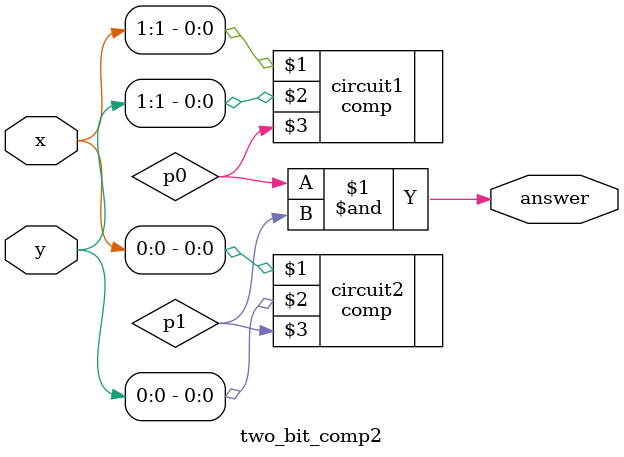
<source format=v>
module two_bit_comp2
(
    input wire [1:0] x, y,
    output wire answer
);

wire p0, p1;

comp circuit1 (x[1], y[1], p0);
comp circuit2 (x[0], y[0], p1);

assign answer = p0 & p1;


endmodule
</source>
